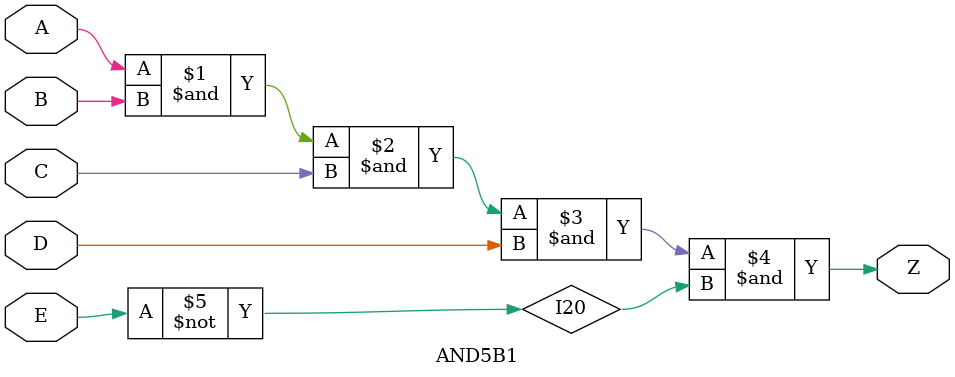
<source format=v>
`resetall
`timescale 1 ns / 100 ps

/* Created by DB2VERILOG Version 1.0.1.1 on Wed May 11 13:52:42 1994 */
/* module compiled from "lsl2db 3.6.4" run */


`celldefine
module  AND5B1  (A, B, C, D, E, Z);
input  A, B, C, D, E;
output Z;
and INST2 (Z, A, B, C, D, I20);
not INST21 (I20, E);

endmodule 
`endcelldefine

</source>
